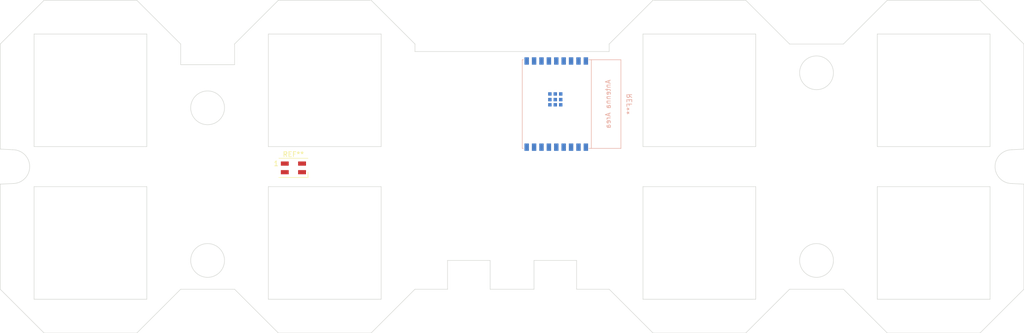
<source format=kicad_pcb>
(kicad_pcb (version 20221018) (generator pcbnew)
  (layers (0 "F.Cu" signal) (31 "B.Cu" signal) (34 "B.Paste" user) (35 "F.Paste" user) (36 "B.SilkS" user "B.Silkscreen") (37 "F.SilkS" user "F.Silkscreen") (38 "B.Mask" user) (39 "F.Mask" user) (44 "Edge.Cuts" user))
  (net 0 "")
  (footprint "LED_SMD:LED_SK6812MINI_PLCC4_3.5x3.5mm_P1.75mm" (layer "F.Cu") (at 126.492 93.98)
    (fp_text reference "REF**" (at 0 -2.75) (layer "F.SilkS"))
    (fp_text value "LED_SK6812MINI_PLCC4_3.5x3.5mm_P1.75mm")
    (fp_text user "1" (at -3.5 -0.875) (layer "F.SilkS"))
    (fp_line (start -2.95 -1.95) (end 2.95 -1.95) (stroke (width 0.12)) (layer "F.SilkS"))
    (fp_line (start -2.95 1.95) (end 2.95 1.95) (stroke (width 0.12)) (layer "F.SilkS"))
    (fp_line (start 2.95 1.95) (end 2.95 0.875) (stroke (width 0.12)) (layer "F.SilkS"))
    (pad "1" smd rect (at -1.75 -0.875) (size 1.6 0.85) (layers "F.Cu" "F.Paste" "F.Mask"))
    (pad "2" smd rect (at -1.75 0.875) (size 1.6 0.85) (layers "F.Cu" "F.Paste" "F.Mask"))
    (pad "3" smd rect (at 1.75 0.875) (size 1.6 0.85) (layers "F.Cu" "F.Paste" "F.Mask"))
    (pad "4" smd rect (at 1.75 -0.875) (size 1.6 0.85) (layers "F.Cu" "F.Paste" "F.Mask"))
  )
  (footprint "Espressif:ESP32-C3-WROOM-02" (layer "B.Cu") (at 179.88 81.026 90)
    (fp_text reference "REF**" (at 0 14.75 90) (layer "B.SilkS") (effects (justify mirror)))
    (fp_text value "ESP32-C3-WROOM-02")
    (fp_text user "Antenna Area" (at 0 10.4 90) (layer "B.SilkS") (effects (justify mirror)))
    (fp_line (start -9 -7) (end -9 -6.75) (stroke (width 0.12)) (layer "B.SilkS"))
    (fp_line (start -9 13) (end -9 6.5) (stroke (width 0.12)) (layer "B.SilkS"))
    (fp_line (start -9 13) (end 9 13) (stroke (width 0.12)) (layer "B.SilkS"))
    (fp_line (start 9 -7) (end -9 -7) (stroke (width 0.12)) (layer "B.SilkS"))
    (fp_line (start 9 -6.75) (end 9 -7) (stroke (width 0.12)) (layer "B.SilkS"))
    (fp_line (start 9 7) (end -8.95 7) (stroke (width 0.12)) (layer "B.SilkS"))
    (fp_line (start 9 13) (end 9 6.5) (stroke (width 0.12)) (layer "B.SilkS"))
    (pad "1" smd rect (at -8.75 5.9 90) (size 1.5 0.9) (layers "B.Cu" "B.Paste" "B.Mask"))
    (pad "2" smd rect (at -8.75 4.4 90) (size 1.5 0.9) (layers "B.Cu" "B.Paste" "B.Mask"))
    (pad "3" smd rect (at -8.75 2.9 90) (size 1.5 0.9) (layers "B.Cu" "B.Paste" "B.Mask"))
    (pad "4" smd rect (at -8.75 1.4 90) (size 1.5 0.9) (layers "B.Cu" "B.Paste" "B.Mask"))
    (pad "5" smd rect (at -8.75 -0.1 90) (size 1.5 0.9) (layers "B.Cu" "B.Paste" "B.Mask"))
    (pad "6" smd rect (at -8.75 -1.6 90) (size 1.5 0.9) (layers "B.Cu" "B.Paste" "B.Mask"))
    (pad "7" smd rect (at -8.75 -3.1 90) (size 1.5 0.9) (layers "B.Cu" "B.Paste" "B.Mask"))
    (pad "8" smd rect (at -8.75 -4.6 90) (size 1.5 0.9) (layers "B.Cu" "B.Paste" "B.Mask"))
    (pad "9" smd rect (at -8.75 -6.1 90) (size 1.5 0.9) (layers "B.Cu" "B.Paste" "B.Mask"))
    (pad "10" smd rect (at 8.75 -6.1 270) (size 1.5 0.9) (layers "B.Cu" "B.Paste" "B.Mask"))
    (pad "11" smd rect (at 8.75 -4.6 270) (size 1.5 0.9) (layers "B.Cu" "B.Paste" "B.Mask"))
    (pad "12" smd rect (at 8.75 -3.1 270) (size 1.5 0.9) (layers "B.Cu" "B.Paste" "B.Mask"))
    (pad "13" smd rect (at 8.75 -1.6 270) (size 1.5 0.9) (layers "B.Cu" "B.Paste" "B.Mask"))
    (pad "14" smd rect (at 8.75 -0.1 270) (size 1.5 0.9) (layers "B.Cu" "B.Paste" "B.Mask"))
    (pad "15" smd rect (at 8.75 1.4 270) (size 1.5 0.9) (layers "B.Cu" "B.Paste" "B.Mask"))
    (pad "16" smd rect (at 8.75 2.9 270) (size 1.5 0.9) (layers "B.Cu" "B.Paste" "B.Mask"))
    (pad "17" smd rect (at 8.75 4.4 270) (size 1.5 0.9) (layers "B.Cu" "B.Paste" "B.Mask"))
    (pad "18" smd rect (at 8.75 5.9 270) (size 1.5 0.9) (layers "B.Cu" "B.Paste" "B.Mask"))
    (pad "19" smd rect (at -0.14 -1.4 270) (size 0.7 0.7) (layers "B.Cu" "B.Paste" "B.Mask"))
    (pad "19" smd rect (at -0.14 -0.3 270) (size 0.7 0.7) (layers "B.Cu" "B.Paste" "B.Mask"))
    (pad "19" smd rect (at -0.14 0.8 270) (size 0.7 0.7) (layers "B.Cu" "B.Paste" "B.Mask"))
    (pad "19" smd rect (at 0.91 -1.4 270) (size 0.7 0.7) (layers "B.Cu" "B.Paste" "B.Mask"))
    (pad "19" smd rect (at 0.91 -0.3 270) (size 0.7 0.7) (layers "B.Cu" "B.Paste" "B.Mask"))
    (pad "19" smd rect (at 0.91 0.8 270) (size 0.7 0.7) (layers "B.Cu" "B.Paste" "B.Mask"))
    (pad "19" smd rect (at 2.06 -1.4 270) (size 0.7 0.7) (layers "B.Cu" "B.Paste" "B.Mask"))
    (pad "19" smd rect (at 2.06 -0.3 270) (size 0.7 0.7) (layers "B.Cu" "B.Paste" "B.Mask"))
    (pad "19" smd rect (at 2.06 0.8 270) (size 0.7 0.7) (layers "B.Cu" "B.Paste" "B.Mask"))
  )
  (gr_line (start 121.412 89.662) (end 144.272 89.662) (stroke (width 0.1)) (layer "Edge.Cuts"))
  (gr_line (start 67.056 118.618) (end 75.946 127.508) (stroke (width 0.1)) (layer "Edge.Cuts"))
  (gr_line (start 244.856 97.79) (end 267.716 97.79) (stroke (width 0.1)) (layer "Edge.Cuts"))
  (gr_line (start 142.24 59.944) (end 151.13 68.834) (stroke (width 0.1)) (layer "Edge.Cuts"))
  (gr_line (start 267.716 120.65) (end 244.856 120.65) (stroke (width 0.1)) (layer "Edge.Cuts"))
  (gr_line (start 114.554 68.834) (end 114.554 73.025) (stroke (width 0.1)) (layer "Edge.Cuts"))
  (gr_line (start 157.734 118.618) (end 157.734 112.776) (stroke (width 0.1)) (layer "Edge.Cuts"))
  (gr_line (start 69.596 97.155) (end 67.056 97.282) (stroke (width 0.1)) (layer "Edge.Cuts"))
  (gr_arc (start 272.161 97.155) (mid 268.732 93.726) (end 272.161 90.297) (stroke (width 0.1)) (layer "Edge.Cuts"))
  (gr_line (start 220.218 120.65) (end 197.358 120.65) (stroke (width 0.1)) (layer "Edge.Cuts"))
  (gr_line (start 73.914 66.802) (end 73.914 89.662) (stroke (width 0.1)) (layer "Edge.Cuts"))
  (gr_line (start 197.358 97.79) (end 220.218 97.79) (stroke (width 0.1)) (layer "Edge.Cuts"))
  (gr_line (start 151.13 70.358) (end 190.5 70.358) (stroke (width 0.1)) (layer "Edge.Cuts"))
  (gr_line (start 267.716 89.662) (end 244.856 89.662) (stroke (width 0.1)) (layer "Edge.Cuts"))
  (gr_line (start 244.856 120.65) (end 244.856 97.79) (stroke (width 0.1)) (layer "Edge.Cuts"))
  (gr_line (start 121.412 97.79) (end 121.412 120.65) (stroke (width 0.1)) (layer "Edge.Cuts"))
  (gr_line (start 197.358 89.662) (end 197.358 66.802) (stroke (width 0.1)) (layer "Edge.Cuts"))
  (gr_circle (center 232.537 74.676) (end 235.966 74.676) (stroke (width 0.1)) (fill none) (layer "Edge.Cuts"))
  (gr_line (start 144.272 66.802) (end 121.412 66.802) (stroke (width 0.1)) (layer "Edge.Cuts"))
  (gr_line (start 218.186 59.944) (end 199.39 59.944) (stroke (width 0.1)) (layer "Edge.Cuts"))
  (gr_line (start 237.998 68.834) (end 246.888 59.944) (stroke (width 0.1)) (layer "Edge.Cuts"))
  (gr_line (start 103.632 68.834) (end 103.632 73.025) (stroke (width 0.1)) (layer "Edge.Cuts"))
  (gr_line (start 220.218 66.802) (end 220.218 89.662) (stroke (width 0.1)) (layer "Edge.Cuts"))
  (gr_line (start 246.888 127.508) (end 237.998 118.618) (stroke (width 0.1)) (layer "Edge.Cuts"))
  (gr_line (start 267.716 66.802) (end 267.716 89.662) (stroke (width 0.1)) (layer "Edge.Cuts"))
  (gr_line (start 94.742 59.944) (end 75.946 59.944) (stroke (width 0.1)) (layer "Edge.Cuts"))
  (gr_line (start 267.716 97.79) (end 267.716 120.65) (stroke (width 0.1)) (layer "Edge.Cuts"))
  (gr_line (start 123.444 127.508) (end 114.554 118.618) (stroke (width 0.1)) (layer "Edge.Cuts"))
  (gr_line (start 227.076 68.834) (end 218.186 59.944) (stroke (width 0.1)) (layer "Edge.Cuts"))
  (gr_line (start 69.596 90.297) (end 67.056 90.17) (stroke (width 0.1)) (layer "Edge.Cuts"))
  (gr_line (start 142.24 127.508) (end 123.444 127.508) (stroke (width 0.1)) (layer "Edge.Cuts"))
  (gr_line (start 272.161 90.297) (end 274.574 90.17) (stroke (width 0.1)) (layer "Edge.Cuts"))
  (gr_line (start 114.554 118.618) (end 103.632 118.618) (stroke (width 0.1)) (layer "Edge.Cuts"))
  (gr_line (start 183.896 118.618) (end 183.896 112.776) (stroke (width 0.1)) (layer "Edge.Cuts"))
  (gr_line (start 218.186 127.508) (end 227.076 118.618) (stroke (width 0.1)) (layer "Edge.Cuts"))
  (gr_line (start 190.5 118.618) (end 199.39 127.508) (stroke (width 0.1)) (layer "Edge.Cuts"))
  (gr_line (start 103.632 73.025) (end 114.554 73.025) (stroke (width 0.1)) (layer "Edge.Cuts"))
  (gr_line (start 75.946 59.944) (end 67.056 68.834) (stroke (width 0.1)) (layer "Edge.Cuts"))
  (gr_line (start 244.856 89.662) (end 244.856 66.802) (stroke (width 0.1)) (layer "Edge.Cuts"))
  (gr_line (start 199.39 59.944) (end 190.5 68.834) (stroke (width 0.1)) (layer "Edge.Cuts"))
  (gr_circle (center 109.093 112.776) (end 105.664 112.776) (stroke (width 0.1)) (fill none) (layer "Edge.Cuts"))
  (gr_line (start 190.5 68.834) (end 190.5 70.358) (stroke (width 0.1)) (layer "Edge.Cuts"))
  (gr_line (start 183.896 112.776) (end 175.26 112.776) (stroke (width 0.1)) (layer "Edge.Cuts"))
  (gr_line (start 67.056 68.834) (end 67.056 90.17) (stroke (width 0.1)) (layer "Edge.Cuts"))
  (gr_line (start 274.574 68.834) (end 274.574 90.17) (stroke (width 0.1)) (layer "Edge.Cuts"))
  (gr_line (start 151.13 118.618) (end 142.24 127.508) (stroke (width 0.1)) (layer "Edge.Cuts"))
  (gr_line (start 151.13 68.834) (end 151.13 70.358) (stroke (width 0.1)) (layer "Edge.Cuts"))
  (gr_arc (start 69.596 90.297) (mid 73.025 93.726) (end 69.596 97.155) (stroke (width 0.1)) (layer "Edge.Cuts"))
  (gr_line (start 244.856 66.802) (end 267.716 66.802) (stroke (width 0.1)) (layer "Edge.Cuts"))
  (gr_line (start 96.774 66.802) (end 73.914 66.802) (stroke (width 0.1)) (layer "Edge.Cuts"))
  (gr_line (start 94.742 127.508) (end 103.632 118.618) (stroke (width 0.1)) (layer "Edge.Cuts"))
  (gr_line (start 121.412 66.802) (end 121.412 89.662) (stroke (width 0.1)) (layer "Edge.Cuts"))
  (gr_line (start 274.574 118.618) (end 265.684 127.508) (stroke (width 0.1)) (layer "Edge.Cuts"))
  (gr_line (start 144.272 89.662) (end 144.272 66.802) (stroke (width 0.1)) (layer "Edge.Cuts"))
  (gr_line (start 96.774 120.65) (end 96.774 97.79) (stroke (width 0.1)) (layer "Edge.Cuts"))
  (gr_line (start 175.26 112.776) (end 175.26 118.618) (stroke (width 0.1)) (layer "Edge.Cuts"))
  (gr_line (start 166.37 118.618) (end 175.26 118.618) (stroke (width 0.1)) (layer "Edge.Cuts"))
  (gr_line (start 157.734 112.776) (end 166.37 112.776) (stroke (width 0.1)) (layer "Edge.Cuts"))
  (gr_line (start 157.734 118.618) (end 151.13 118.618) (stroke (width 0.1)) (layer "Edge.Cuts"))
  (gr_line (start 123.444 59.944) (end 142.24 59.944) (stroke (width 0.1)) (layer "Edge.Cuts"))
  (gr_line (start 197.358 120.65) (end 197.358 97.79) (stroke (width 0.1)) (layer "Edge.Cuts"))
  (gr_circle (center 232.537 112.776) (end 235.966 112.776) (stroke (width 0.1)) (fill none) (layer "Edge.Cuts"))
  (gr_line (start 246.888 59.944) (end 265.684 59.944) (stroke (width 0.1)) (layer "Edge.Cuts"))
  (gr_line (start 272.161 97.155) (end 274.574 97.282) (stroke (width 0.1)) (layer "Edge.Cuts"))
  (gr_line (start 220.218 97.79) (end 220.218 120.65) (stroke (width 0.1)) (layer "Edge.Cuts"))
  (gr_circle (center 109.093 81.788) (end 112.522 81.788) (stroke (width 0.1)) (fill none) (layer "Edge.Cuts"))
  (gr_line (start 114.554 68.834) (end 123.444 59.944) (stroke (width 0.1)) (layer "Edge.Cuts"))
  (gr_line (start 199.39 127.508) (end 218.186 127.508) (stroke (width 0.1)) (layer "Edge.Cuts"))
  (gr_line (start 96.774 89.662) (end 96.774 66.802) (stroke (width 0.1)) (layer "Edge.Cuts"))
  (gr_line (start 166.37 112.776) (end 166.37 118.618) (stroke (width 0.1)) (layer "Edge.Cuts"))
  (gr_line (start 227.076 118.618) (end 237.998 118.618) (stroke (width 0.1)) (layer "Edge.Cuts"))
  (gr_line (start 220.218 89.662) (end 197.358 89.662) (stroke (width 0.1)) (layer "Edge.Cuts"))
  (gr_line (start 103.632 68.834) (end 94.742 59.944) (stroke (width 0.1)) (layer "Edge.Cuts"))
  (gr_line (start 265.684 59.944) (end 274.574 68.834) (stroke (width 0.1)) (layer "Edge.Cuts"))
  (gr_line (start 73.914 120.65) (end 96.774 120.65) (stroke (width 0.1)) (layer "Edge.Cuts"))
  (gr_line (start 73.914 89.662) (end 96.774 89.662) (stroke (width 0.1)) (layer "Edge.Cuts"))
  (gr_line (start 96.774 97.79) (end 73.914 97.79) (stroke (width 0.1)) (layer "Edge.Cuts"))
  (gr_line (start 190.5 118.618) (end 183.896 118.618) (stroke (width 0.1)) (layer "Edge.Cuts"))
  (gr_line (start 121.412 120.65) (end 144.272 120.65) (stroke (width 0.1)) (layer "Edge.Cuts"))
  (gr_line (start 67.056 97.282) (end 67.056 118.618) (stroke (width 0.1)) (layer "Edge.Cuts"))
  (gr_line (start 75.946 127.508) (end 94.742 127.508) (stroke (width 0.1)) (layer "Edge.Cuts"))
  (gr_line (start 144.272 120.65) (end 144.272 97.79) (stroke (width 0.1)) (layer "Edge.Cuts"))
  (gr_line (start 144.272 97.79) (end 121.412 97.79) (stroke (width 0.1)) (layer "Edge.Cuts"))
  (gr_line (start 73.914 97.79) (end 73.914 120.65) (stroke (width 0.1)) (layer "Edge.Cuts"))
  (gr_line (start 227.076 68.834) (end 237.998 68.834) (stroke (width 0.1)) (layer "Edge.Cuts"))
  (gr_line (start 265.684 127.508) (end 246.888 127.508) (stroke (width 0.1)) (layer "Edge.Cuts"))
  (gr_line (start 274.574 97.282) (end 274.574 118.618) (stroke (width 0.1)) (layer "Edge.Cuts"))
  (gr_line (start 197.358 66.802) (end 220.218 66.802) (stroke (width 0.1)) (layer "Edge.Cuts"))
)
</source>
